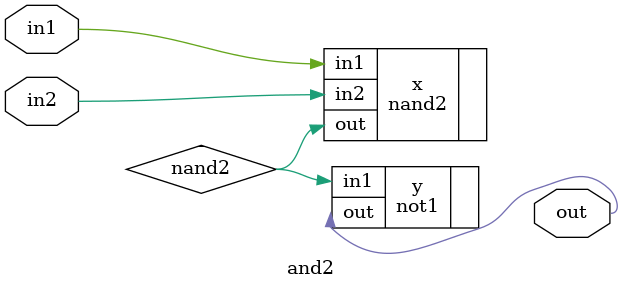
<source format=v>
/*
    CS/ECE 552 Spring '22
    Homework #1, Problem 2

    2 input AND
*/
module and2 (out,in1,in2);
    output out;
    input in1,in2;
    wire nand2;
    nand2 x(.out(nand2), .in1(in1), .in2(in2));
    not1 y(.out(out), .in1(nand2));
endmodule

</source>
